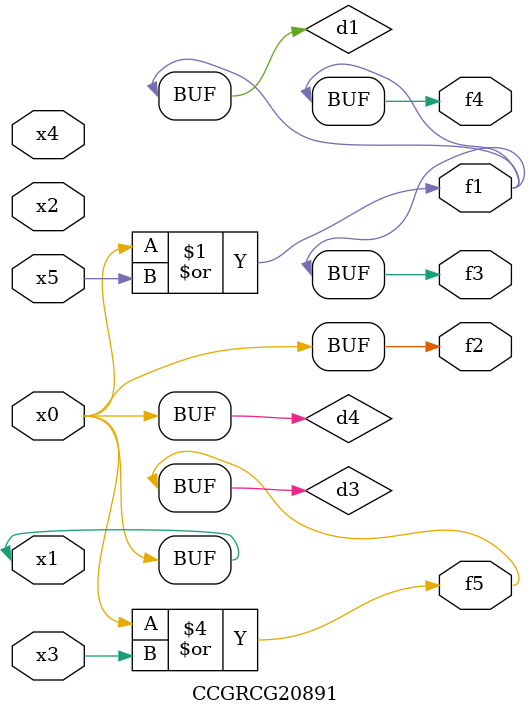
<source format=v>
module CCGRCG20891(
	input x0, x1, x2, x3, x4, x5,
	output f1, f2, f3, f4, f5
);

	wire d1, d2, d3, d4;

	or (d1, x0, x5);
	xnor (d2, x1, x4);
	or (d3, x0, x3);
	buf (d4, x0, x1);
	assign f1 = d1;
	assign f2 = d4;
	assign f3 = d1;
	assign f4 = d1;
	assign f5 = d3;
endmodule

</source>
